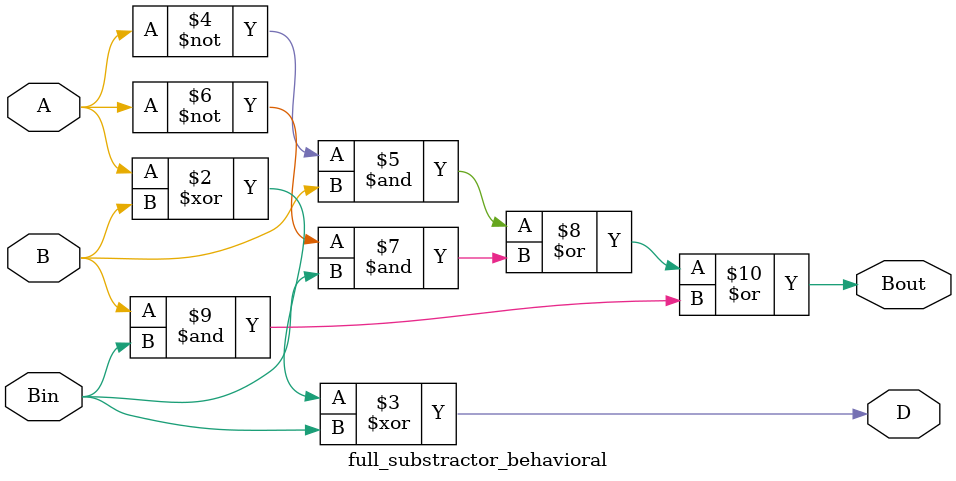
<source format=v>
`timescale 1ns / 1ps


module full_substractor_behavioral(A,B,Bin,D,Bout);
    input A,B,Bin;
	output D,Bout;
    reg D,Bout;
    
    always@(A,B,Bin)
        begin
    D <= A^B^Bin;
    Bout <= (~A&B)| (~A&Bin)| (B&Bin);
    end

endmodule

</source>
